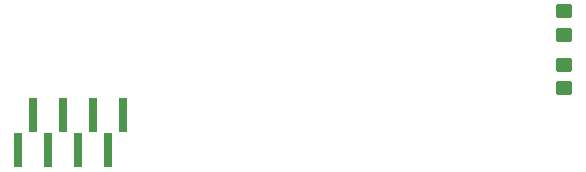
<source format=gbp>
G04 #@! TF.GenerationSoftware,KiCad,Pcbnew,9.0.0-9.0.0-2~ubuntu22.04.1*
G04 #@! TF.CreationDate,2025-03-24T08:10:21+01:00*
G04 #@! TF.ProjectId,kicad_makespace_tutorial,6b696361-645f-46d6-916b-657370616365,v1*
G04 #@! TF.SameCoordinates,Original*
G04 #@! TF.FileFunction,Paste,Bot*
G04 #@! TF.FilePolarity,Positive*
%FSLAX46Y46*%
G04 Gerber Fmt 4.6, Leading zero omitted, Abs format (unit mm)*
G04 Created by KiCad (PCBNEW 9.0.0-9.0.0-2~ubuntu22.04.1) date 2025-03-24 08:10:21*
%MOMM*%
%LPD*%
G01*
G04 APERTURE LIST*
G04 Aperture macros list*
%AMRoundRect*
0 Rectangle with rounded corners*
0 $1 Rounding radius*
0 $2 $3 $4 $5 $6 $7 $8 $9 X,Y pos of 4 corners*
0 Add a 4 corners polygon primitive as box body*
4,1,4,$2,$3,$4,$5,$6,$7,$8,$9,$2,$3,0*
0 Add four circle primitives for the rounded corners*
1,1,$1+$1,$2,$3*
1,1,$1+$1,$4,$5*
1,1,$1+$1,$6,$7*
1,1,$1+$1,$8,$9*
0 Add four rect primitives between the rounded corners*
20,1,$1+$1,$2,$3,$4,$5,0*
20,1,$1+$1,$4,$5,$6,$7,0*
20,1,$1+$1,$6,$7,$8,$9,0*
20,1,$1+$1,$8,$9,$2,$3,0*%
G04 Aperture macros list end*
%ADD10RoundRect,0.250000X-0.450000X0.350000X-0.450000X-0.350000X0.450000X-0.350000X0.450000X0.350000X0*%
%ADD11R,0.650000X3.000000*%
G04 APERTURE END LIST*
D10*
G04 #@! TO.C,R5*
X59350000Y-7300000D03*
X59350000Y-9300000D03*
G04 #@! TD*
D11*
G04 #@! TO.C,J2*
X21995000Y-16050000D03*
X20725000Y-19050000D03*
X19455000Y-16050000D03*
X18185000Y-19050000D03*
X16915000Y-16050000D03*
X15645000Y-19050000D03*
X14375000Y-16050000D03*
X13105000Y-19050000D03*
G04 #@! TD*
D10*
G04 #@! TO.C,R6*
X59350000Y-11800000D03*
X59350000Y-13800000D03*
G04 #@! TD*
M02*

</source>
